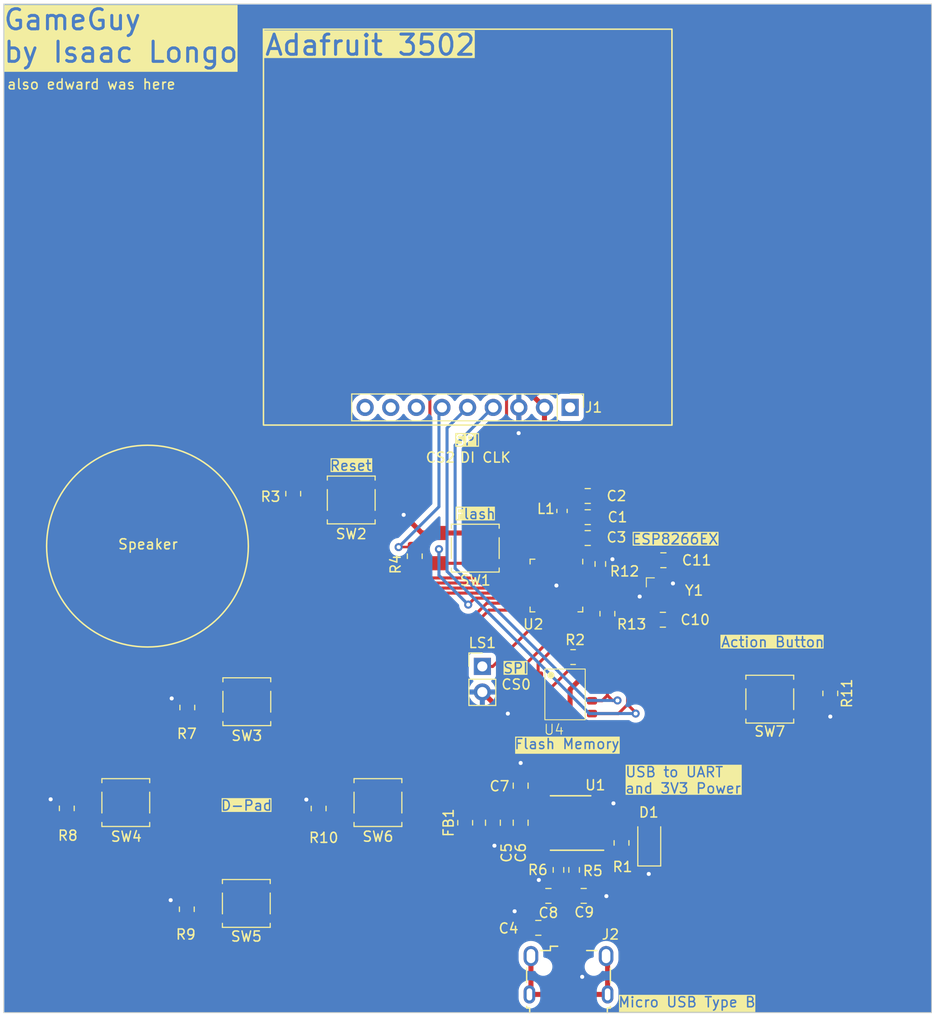
<source format=kicad_pcb>
(kicad_pcb (version 20240108) (generator "pcbnew") (generator_version "8.0")
  (layers (0 "F.Cu" signal) (31 "B.Cu" power) (34 "B.Paste" user) (35 "F.Paste" user) (36 "B.SilkS" user "B.Silkscreen") (37 "F.SilkS" user "F.Silkscreen") (38 "B.Mask" user) (39 "F.Mask" user) (44 "Edge.Cuts" user))
  (net 0 "")
  (net 1 "+3V3")
  (net 2 "GND")
  (net 3 "VBUS")
  (net 4 "Net-(U1-VCC)")
  (net 5 "Net-(U2-XTAL_OUT)")
  (net 6 "Net-(U2-XTAL_IN)")
  (net 7 "Net-(D1-A)")
  (net 9 "/GPIO15")
  (net 10 "/GPIO9")
  (net 11 "/CS2")
  (net 16 "Net-(L1-Pad2)")
  (net 17 "/GPIO2")
  (net 18 "/SD_CLK")
  (net 19 "Net-(U2-SDIO_CLK)")
  (net 20 "Net-(U2-CHIP_PU)")
  (net 21 "/DP")
  (net 22 "/DM")
  (net 23 "/GPIO4")
  (net 24 "/GPIO5")
  (net 25 "/GPIO13")
  (net 27 "Net-(U2-RES12K)")
  (net 28 "/UART_TX")
  (net 29 "Net-(U2-U0TXD)")
  (net 31 "/UART_RX")
  (net 40 "/SWP")
  (net 41 "/SD_CMD")
  (net 42 "/SDO")
  (net 43 "/SDI")
  (net 46 "/D-")
  (net 47 "/D+")
  (net 48 "unconnected-(J2-Shield-Pad6)")
  (net 50 "/GPIO0")
  (footprint "Resistor_SMD:R_0805_2012Metric" (layer "F.Cu") (at 178.969 118.0125 90)
    (property "Reference" "R10")
    (property "Value" "1k3" (hide yes))
  )
  (footprint "Resistor_SMD:R_0805_2012Metric" (layer "F.Cu") (at 209 121.425 -90)
    (property "Reference" "R1")
    (property "Value" "1k3" (hide yes))
  )
  (footprint "Button_Switch_SMD:SW_SPST_TL3305A" (layer "F.Cu") (at 171.85 107.425)
    (property "Reference" "SW3")
    (property "Value" "~")
  )
  (footprint "Button_Switch_SMD:SW_SPST_TL3305A" (layer "F.Cu") (at 159.85 117.425)
    (property "Reference" "SW4")
    (property "Value" "~")
  )
  (footprint "Capacitor_SMD:C_0805_2012Metric" (layer "F.Cu") (at 213.1 99.3 180)
    (property "Reference" "C10")
    (property "Value" "6p" (hide yes))
  )
  (footprint "Button_Switch_SMD:SW_SPST_TL3305A" (layer "F.Cu") (at 171.8 127.425)
    (property "Reference" "SW5")
    (property "Value" "~")
  )
  (footprint "Resistor_SMD:R_0805_2012Metric" (layer "F.Cu") (at 154 118 90)
    (property "Reference" "R8")
    (property "Value" "1k3" (hide yes))
  )
  (footprint "Resistor_SMD:R_0805_2012Metric" (layer "F.Cu") (at 193.5 119.425 90)
    (property "Reference" "FB1")
    (property "Value" "100R" (hide yes))
  )
  (footprint "Resistor_SMD:R_0805_2012Metric" (layer "F.Cu") (at 229.7 106.6 -90)
    (property "Reference" "R11")
    (property "Value" "1k3")
  )
  (footprint "Capacitor_SMD:C_0805_2012Metric" (layer "F.Cu") (at 205.65 87.03)
    (property "Reference" "C2")
    (property "Value" "10u" (hide yes))
  )
  (footprint "Button_Switch_SMD:SW_SPST_TL3305A" (layer "F.Cu") (at 182.2 87.425)
    (property "Reference" "SW2")
    (property "Value" "~")
  )
  (footprint "LED_SMD:LED_1206_3216Metric" (layer "F.Cu") (at 211.75 121.425 90)
    (property "Reference" "D1")
    (property "Value" "GREEN" (hide yes))
  )
  (footprint "Capacitor_SMD:C_0805_2012Metric" (layer "F.Cu") (at 201.75 126.675 180)
    (property "Reference" "C8")
    (property "Value" "4p7" (hide yes))
  )
  (footprint "Connector_PinHeader_2.54mm:PinHeader_1x09_P2.54mm_Vertical" (layer "F.Cu") (at 203.9 78.25 -90)
    (property "Reference" "J1")
    (property "Value" "Conn_01x09_Pin" (hide yes))
  )
  (footprint "Inductor_SMD:L_0603_1608Metric" (layer "F.Cu") (at 203.1 88.5125 -90)
    (property "Reference" "L1")
    (property "Value" "4n3" (hide yes))
  )
  (footprint "based_lib:MX25V16066M1I02-TR" (layer "F.Cu") (at 203.4 106.7 -90)
    (property "Reference" "U4")
    (property "Value" "MX25V16066M1I02-TR\n" (hide yes))
  )
  (footprint "Resistor_SMD:R_0603_1608Metric" (layer "F.Cu") (at 202.75 124.1 -90)
    (property "Reference" "R6")
    (property "Value" "27R" (hide yes))
  )
  (footprint "Capacitor_SMD:C_0805_2012Metric" (layer "F.Cu") (at 205.65 91.2)
    (property "Reference" "C3")
    (property "Value" "0u1" (hide yes))
  )
  (footprint "Capacitor_SMD:C_0805_2012Metric" (layer "F.Cu") (at 196.25 119.425 -90)
    (property "Reference" "C5")
    (property "Value" "0u1" (hide yes))
  )
  (footprint "Resistor_SMD:R_0805_2012Metric" (layer "F.Cu") (at 207.6 98.7 90)
    (property "Reference" "R13")
    (property "Value" "499R" (hide yes))
  )
  (footprint "Package_SO:SSOP-16_3.9x4.9mm_P0.635mm" (layer "F.Cu") (at 203.95 119.425 180)
    (property "Reference" "U1")
    (property "Value" "FT230XS" (hide yes))
  )
  (footprint "Capacitor_SMD:C_0805_2012Metric" (layer "F.Cu") (at 199 115.75 90)
    (property "Reference" "C7")
    (property "Value" "0u1" (hide yes))
  )
  (footprint "Resistor_SMD:R_0805_2012Metric" (layer "F.Cu") (at 165.95 108 90)
    (property "Reference" "R7")
    (property "Value" "1k3" (hide yes))
  )
  (footprint "Connector_PinHeader_2.54mm:PinHeader_1x02_P2.54mm_Vertical" (layer "F.Cu") (at 195.2 103.925)
    (property "Reference" "LS1")
    (property "Value" "Speaker" (hide yes))
  )
  (footprint "Button_Switch_SMD:SW_SPST_TL3305A" (layer "F.Cu") (at 194.5 92.2 180)
    (property "Reference" "SW1")
    (property "Value" "~")
  )
  (footprint "Resistor_SMD:R_0805_2012Metric" (layer "F.Cu") (at 188.5 93 -90)
    (property "Reference" "R4")
    (property "Value" "1k3")
  )
  (footprint "Capacitor_SMD:C_0805_2012Metric" (layer "F.Cu") (at 213.15 93.4)
    (property "Reference" "C11")
    (property "Value" "6p" (hide yes))
  )
  (footprint "Resistor_SMD:R_0603_1608Metric" (layer "F.Cu") (at 206.9 93.77 -90)
    (property "Reference" "R12")
    (property "Value" "12k±1%" (hide yes))
  )
  (footprint "Resistor_SMD:R_0805_2012Metric" (layer "F.Cu") (at 204.2 103 180)
    (property "Reference" "R2")
    (property "Value" "200R" (hide yes))
  )
  (footprint "Button_Switch_SMD:SW_SPST_TL3305A" (layer "F.Cu") (at 184.85 117.425)
    (property "Reference" "SW6")
    (property "Value" "~")
  )
  (footprint "Capacitor_SMD:C_0805_2012Metric" (layer "F.Cu") (at 199 119.425 -90)
    (property "Reference" "C6")
    (property "Value" "4u7" (hide yes))
  )
  (footprint "Capacitor_SMD:C_0805_2012Metric" (layer "F.Cu") (at 200.75 129.845 180)
    (property "Reference" "C4")
    (property "Value" "0u01" (hide yes))
  )
  (footprint "Resistor_SMD:R_0603_1608Metric" (layer "F.Cu") (at 204.3 124.1 -90)
    (property "Reference" "R5")
    (property "Value" "27R" (hide yes))
  )
  (footprint "based_lib:ABM11-140-26.000MHZ-T3" (layer "F.Cu") (at 212.458 96.345 -90)
    (property "Reference" "Y1")
    (property "Value" "26MHz±10ppm" (hide yes))
  )
  (footprint "Capacitor_SMD:C_0805_2012Metric" (layer "F.Cu") (at 205.65 89.13)
    (property "Reference" "C1")
    (property "Value" "0u1" (hide yes))
  )
  (footprint "Capacitor_SMD:C_0805_2012Metric" (layer "F.Cu") (at 205.25 126.675)
    (property "Reference" "C9")
    (property "Value" "4p7" (hide yes))
  )
  (footprint "Resistor_SMD:R_0805_2012Metric" (layer "F.Cu") (at 165.9 128 90)
    (property "Reference" "R9")
    (property "Value" "1k3" (hide yes))
  )
  (footprint "Package_DFN_QFN:QFN-32-1EP_5x5mm_P0.5mm_EP3.45x3.45mm" (layer "F.Cu") (at 202.545 95.9075 -90)
    (property "Reference" "U2")
    (property "Value" "ESP8266EX" (hide yes))
  )
  (footprint "Connector_USB:USB_Micro-B_Wuerth_629105150521" (layer "F.Cu") (at 203.745 134.495)
    (property "Reference" "J2")
    (property "Value" "USB_B_Micro" (hide yes))
  )
  (footprint "Resistor_SMD:R_0805_2012Metric" (layer "F.Cu") (at 176.45 86.8 90)
    (property "Reference" "R3")
    (property "Value" "1k3" (hide yes))
  )
  (footprint "Button_Switch_SMD:SW_SPST_TL3305A" (layer "F.Cu") (at 223.7 107.175 180)
    (property "Reference" "SW7")
    (property "Value" "~")
  )
  (gr_rect (start 173.5 40.75) (end 214 80) (stroke (width 0.15)) (fill none) (layer "F.SilkS"))
  (gr_circle (center 162 92) (end 172 92) (stroke (width 0.15)) (fill none) (layer "F.SilkS"))
  (gr_rect (start 147.75 38.25) (end 239.75 138.25) (stroke (width 0.1)) (fill none) (layer "Edge.Cuts"))
  (gr_text "ESP8266EX" (at 209.95 91.9 0) (layer "F.SilkS" knockout) (effects (font (size 1 1)) (justify left bottom)))
  (gr_text "Flash" (at 192.4 89.4 0) (layer "F.SilkS" knockout) (effects (font (size 1 1)) (justify left bottom)))
  (gr_text "SPI" (at 192.4 82.1 0) (layer "F.SilkS" knockout) (effects (font (size 1 1)) (justify left bottom)))
  (gr_text "also edward was here" (at 148 46.8 0) (layer "F.SilkS") (effects (font (size 1 1)) (justify left bottom)))
  (gr_text "CS0" (at 197 106.3 0) (layer "F.SilkS") (effects (font (size 1 1)) (justify left bottom)))
  (gr_text "USB to UART\nand 3V3 Power" (at 209.3 116.6 0) (layer "F.SilkS" knockout) (effects (font (size 1 1)) (justify left bottom)))
  (gr_text "Flash Memory" (at 198.3 112.2 0) (layer "F.SilkS" knockout) (effects (font (size 1 1)) (justify left bottom)))
  (gr_text "Speaker\n" (at 159 92.4 0) (layer "F.SilkS") (effects (font (size 1 1)) (justify left bottom)))
  (gr_text "SPI" (at 197.2 104.7 0) (layer "F.SilkS" knockout) (effects (font (size 1 1)) (justify left bottom)))
  (gr_text "Adafruit 3502" (at 173.5 43.5 0) (layer "F.SilkS" knockout) (effects (font (size 2 2) (thickness 0.3)) (justify left bottom)))
  (gr_text "Action Button" (at 218.8 102.1 0) (layer "F.SilkS" knockout) (effects (font (size 1 1)) (justify left bottom)))
  (gr_text "GameGuy\nby Isaac Longo" (at 147.6 44.2 0) (layer "F.SilkS" knockout) (effects (font (size 2 2) (thickness 0.3)) (justify left bottom)))
  (gr_text "CS2" (at 189.5 83.8 0) (layer "F.SilkS") (effects (font (size 1 1)) (justify left bottom)))
  (gr_text "DI" (at 192.9 83.8 0) (layer "F.SilkS") (effects (font (size 1 1)) (justify left bottom)))
  (gr_text "CLK" (at 195.1 83.8 0) (layer "F.SilkS") (effects (font (size 1 1)) (justify left bottom)))
  (gr_text "Reset" (at 180 84.6 0) (layer "F.SilkS" knockout) (effects (font (size 1 1)) (justify left bottom)))
  (gr_text "D-Pad" (at 169.2 118.3 0) (layer "F.SilkS" knockout) (effects (font (size 1 1)) (justify left bottom)))
  (gr_text "Micro USB Type B" (at 208.6 137.8 0) (layer "F.SilkS" knockout) (effects (font (size 1 1)) (justify left bottom)))
  (segment (start 203.1 84.6) (end 201.36 82.86) (width 0.5) (layer "F.Cu") (net 1))
  (segment (start 205.4 110.6) (end 203.9 109.1) (width 0.5) (layer "F.Cu") (net 1))
  (segment (start 202.3 122.1975) (end 202.3 118.7) (width 0.3) (layer "F.Cu") (net 1))
  (segment (start 175.45 88.7125) (end 175.45 105.925) (width 0.5) (layer "F.Cu") (net 1))
  (segment (start 152.6 123.2) (end 172.8 123.2) (width 0.5) (layer "F.Cu") (net 1))
  (segment (start 202.3 118.7) (end 202.0725 118.4725) (width 0.3) (layer "F.Cu") (net 1))
  (segment (start 209 120.5125) (end 208.865 120.3775) (width 0.3) (layer "F.Cu") (net 1))
  (segment (start 202.316642 124.175) (end 201.925 123.783358) (width 0.3) (layer "F.Cu") (net 1))
  (segment (start 199 116.7) (end 205.1 110.6) (width 0.5) (layer "F.Cu") (net 1))
  (segment (start 203.1 87.725) (end 203.1 84.6) (width 0.5) (layer "F.Cu") (net 1))
  (segment (start 163.45 106.847918) (end 163.45 106.85) (width 0.5) (layer "F.Cu") (net 1))
  (segment (start 204.9825 95.6575) (end 207.095858 95.6575) (width 0.3) (layer "F.Cu") (net 1))
  (segment (start 163.45 106.85) (end 163.45 115.925) (width 0.5) (layer "F.Cu") (net 1))
  (segment (start 175.7 120.5) (end 175.7 114) (width 0.5) (layer "F.Cu") (net 1))
  (segment (start 201.35 118.4725) (end 201.35 117.8375) (width 0.3) (layer "F.Cu") (net 1))
  (segment (start 204.7 92.6) (end 204.7 91.675) (width 0.3) (layer "F.Cu") (net 1))
  (segment (start 200.1075 95.1575) (end 181.5575 95.1575) (width 0.3) (layer "F.Cu") (net 1))
  (segment (start 162.875 125.925) (end 161.3 127.5) (width 0.5) (layer "F.Cu") (net 1))
  (segment (start 207.725 95.028358) (end 207.725 94.161642) (width 0.3) (layer "F.Cu") (net 1))
  (segment (start 181.25 115.925) (end 177.752395 115.925) (width 0.5) (layer "F.Cu") (net 1))
  (segment (start 205.4 110.6) (end 213.3 110.6) (width 0.5) (layer "F.Cu") (net 1))
  (segment (start 190.7 119.3) (end 190.7 118.2) (width 0.3) (layer "F.Cu") (net 1))
  (segment (start 203.3625 87.505) (end 203.15 87.7175) (width 0.3) (layer "F.Cu") (net 1))
  (segment (start 192.2 116.7) (end 199 116.7) (width 0.5) (layer "F.Cu") (net 1))
  (segment (start 204.295 93.005) (end 204.7 92.6) (width 0.3) (layer "F.Cu") (net 1))
  (segment (start 201.36 78.25) (end 196.71 73.6) (width 0.5) (layer "F.Cu") (net 1))
  (segment (start 205.1 110.6) (end 205.4 110.6) (width 0.5) (layer "F.Cu") (net 1))
  (segment (start 150.3 120.9) (end 152.6 123.2) (width 0.5) (layer "F.Cu") (net 1))
  (segment (start 162.9 133.9) (end 172.625 133.9) (width 0.5) (layer "F.Cu") (net 1))
  (segment (start 204.295 93.47) (end 204.295 93.005) (width 0.3) (layer "F.Cu") (net 1))
  (segment (start 190.7 122.3) (end 190.7 119.3) (width 0.3) (layer "F.Cu") (net 1))
  (segment (start 175.4 125.8) (end 172.8 123.2) (width 0.5) (layer "F.Cu") (net 1))
  (segment (start 163.45 115.925) (end 156.25 115.925) (width 0.5) (layer "F.Cu") (net 1))
  (segment (start 156.25 115.925) (end 151.775 115.925) (width 0.5) (layer "F.Cu") (net 1))
  (segment (start 204.708358 124.175) (end 202.316642 124.175) (width 0.3) (layer "F.Cu") (net 1))
  (segment (start 205.922272 92.897272) (end 204.7 91.675) (width 0.3) (layer "F.Cu") (net 1))
  (segment (start 161.3 132.3) (end 162.9 133.9) (width 0.5) (layer "F.Cu") (net 1))
  (segment (start 181.5575 95.1575) (end 176.45 90.05) (width 0.3) (layer "F.Cu") (net 1))
  (segment (start 179.2 73.6) (end 175.4 77.4) (width 0.5) (layer "F.Cu") (net 1))
  (segment (start 208.865 120.3775) (end 206.55 120.3775) (width 0.3) (layer "F.Cu") (net 1))
  (segment (start 204.7 91.2) (end 204.7 87.03) (width 0.5) (layer "F.Cu") (net 1))
  (segment (start 175.3 77.5) (end 175.3 86.5625) (width 0.5) (layer "F.Cu") (net 1))
  (segment (start 164.372918 105.925) (end 163.45 106.847918) (width 0.5) (layer "F.Cu") (net 1))
  (segment (start 207.725 94.161642) (end 207.363358 93.8) (width 0.3) (layer "F.Cu") (net 1))
  (segment (start 203.9 106.2) (end 205.305 104.795) (width 0.5) (layer "F.Cu") (net 1))
  (segment (start 176.6 117.077395) (end 176.6 119.9) (width 0.5) (layer "F.Cu") (net 1))
  (segment (start 180.7 124) (end 189 124) (width 0.5) (layer "F.Cu") (net 1))
  (segment (start 172.625 133.9) (end 179.5 127.025) (width 0.5) (layer "F.Cu") (net 1))
  (segment (start 195.855 98.345) (end 190.7 103.5) (width 0.3) (layer "F.Cu") (net 1))
  (segment (start 175.7 114) (end 177.8 111.9) (width 0.5) (layer "F.Cu") (net 1))
  (segment (start 205.65 120.3775) (end 205.3 120.7275) (width 0.3) (layer "F.Cu") (net 1))
  (segment (start 190.7 122.3) (end 190.7 118.2) (width 0.5) (layer "F.Cu") (net 1))
  (segment (start 206.55 120.3775) (end 205.65 120.3775) (width 0.3) (layer "F.Cu") (net 1))
  (segment (start 203.795 87.03) (end 203.1 87.725) (width 0.5) (layer "F.Cu") (net 1))
  (segment (start 189 124) (end 190.7 122.3) (width 0.5) (layer "F.Cu") (net 1))
  (segment (start 196.71 73.6) (end 179.2 73.6) (width 0.5) (layer "F.Cu") (net 1))
  (segment (start 205.3 123.583358) (end 204.708358 124.175) (width 0.3) (layer "F.Cu") (net 1))
  (segment (start 175.4 77.4) (end 175.3 77.5) (width 0.5) (layer "F.Cu") (net 1))
  (segment (start 187.1 111.9) (end 188.45 113.25) (width 0.5) (layer "F.Cu") (net 1))
  (segment (start 177.752395 115.925) (end 176.6 117.077395) (width 0.5) (layer "F.Cu") (net 1))
  (segment (start 168.2 125.925) (end 162.875 125.925) (width 0.5) (layer "F.Cu") (net 1))
  (segment (start 190.7 103.5) (end 190.7 119.3) (width 0.3) (layer "F.Cu") (net 1))
  (segment (start 204.7 87.03) (end 203.795 87.03) (width 0.5) (layer "F.Cu") (net 1))
  (segment (start 215.225 108.675) (end 220.1 108.675) (width 0.5) (layer "F.Cu") (net 1))
  (segment (start 202.0725 118.4725) (end 201.35 118.4725) (width 0.3) (layer "F.Cu") (net 1))
  (segment (start 175.4 125.925) (end 175.4 125.8) (width 0.5) (layer "F.Cu") (net 1))
  (segment (start 203.9 109.1) (end 203.9 106.2) (width 0.5) (layer "F.Cu") (net 1))
  (segment (start 150.3 117.4) (end 150.3 120.9) (width 0.5) (layer "F.Cu") (net 1))
  (segment (start 188.45 113.25) (end 188.45 115.925) (width 0.5) (layer "F.Cu") (net 1))
  (segment (start 206.496642 93.8) (end 205.922272 93.22563) (width 0.3) (layer "F.Cu") (net 1))
  (segment (start 205.922272 93.22563) (end 205.922272 92.897272) (width 0.3) (layer "F.Cu") (net 1))
  (segment (start 175.45 105.925) (end 168.25 105.925) (width 0.5) (layer "F.Cu") (net 1))
  (segment (start 175.4 125.925) (end 168.2 125.925) (width 0.5) (layer "F.Cu") (net 1))
  (segment (start 161.3 127.5) (end 161.3 132.3) (width 0.5) (layer "F.Cu") (net 1))
  (segment (start 200.1375 117.8375) (end 201.35 117.8375) (width 0.3) (layer "F.Cu") (net 1))
  (segment (start 201.925 122.5725) (end 202.3 122.1975) (width 0.3) (layer "F.Cu") (net 1))
  (segment (start 220.1 108.675) (end 227.3 108.675) (width 0.5) (layer "F.Cu") (net 1))
  (segment (start 176.6 119.9) (end 180.7 124) (width 0.5) (layer "F.Cu") (net 1))
  (segment (start 190.7 118.2) (end 192.2 116.7) (width 0.5) (layer "F.Cu") (net 1))
  (segment (start 176.45 90.05) (end 176.45 87.7125) (width 0.3) (layer "F.Cu") (net 1))
  (segment (start 201.925 123.783358) (end 201.925 122.5725) (width 0.3) (layer "F.Cu") (net 1))
  (segment (start 201.36 82.86) (end 201.36 78.25) (width 0.5) (layer "F.Cu") (net 1))
  (segment (start 151.775 115.925) (end 150.3 117.4) (width 0.5) (layer "F.Cu") (net 1))
  (segment (start 207.095858 95.6575) (end 207.725 95.028358) (width 0.3) (layer "F.Cu") (net 1))
  (segment (start 200.795 98.345) (end 195.855 98.345) (width 0.3) (layer "F.Cu") (net 1))
  (segment (start 213.3 110.6) (end 215.225 108.675) (width 0.5) (layer "F.Cu") (net 1))
  (segment (start 179.5 127.025) (end 179.5 124.3) (width 0.5) (layer "F.Cu") (net 1))
  (segment (start 205.3 120.7275) (end 205.3 123.583358) (width 0.3) (layer "F.Cu") (net 1))
  (segment (start 207.363358 93.8) (end 206.496642 93.8) (width 0.3) (layer "F.Cu") (net 1))
  (segment (start 177.8 111.9) (end 187.1 111.9) (width 0.5) (layer "F.Cu") (net 1))
  (segment (start 199 116.7) (end 200.1375 117.8375) (width 0.3) (layer "F.Cu") (net 1))
  (segment (start 168.25 105.925) (end 164.372918 105.925) (width 0.5) (layer "F.Cu") (net 1))
  (segment (start 175.3 86.5625) (end 176.45 87.7125) (width 0.5) (layer "F.Cu") (net 1))
  (segment (start 179.5 124.3) (end 175.7 120.5) (width 0.5) (layer "F.Cu") (net 1))
  (segment (start 204.9825 95.1575) (end 204.9825 95.6575) (width 0.3) (layer "F.Cu") (net 1))
  (segment (start 188.45 115.925) (end 181.25 115.925) (width 0.5) (layer "F.Cu") (net 1))
  (segment (start 205.305 104.795) (end 206.07 104.795) (width 0.5) (layer "F.Cu") (net 1))
  (segment (start 176.45 87.7125) (end 175.45 88.7125) (width 0.5) (layer "F.Cu") (net 1))
  (segment (start 154 117.0875) (end 152.4125 117.0875) (width 0.5) (layer "F.Cu") (net 2))
  (segment (start 206.6 92.645) (end 206.9 92.945) (width 0.5) (layer "F.Cu") (net 2))
  (segment (start 152.4125 117.0875) (end 152.4 117.1) (width 0.5) (layer "F.Cu") (net 2))
  (segment (start 214.1 95.7) (end 214.1 93.4) (width 0.5) (layer "F.Cu") (net 2))
  (segment (start 178.6 88.925) (end 187.375 88.925) (width 0.5) (layer "F.Cu") (net 2))
  (segment (start 199 114.8) (end 199 113.5) (width 0.5) (layer "F.Cu") (net 2))
  (segment (start 207.745 92.945) (end 206.9 92.945) (width 0.5) (layer "F.Cu") (net 2))
  (segment (start 205.045 134.645) (end 205.1 134.7) (width 0.3) (layer "F.Cu") (net 2))
  (segment (start 229.7 108.9) (end 229.7 107.5125) (width 0.5) (layer "F.Cu") (net 2))
  (segment (start 210.8 97) (end 211.9446 97) (width 0.5) (layer "F.Cu") (net 2))
  (segment (start 165.95 107.0875) (end 164.4125 107.0875) (width 0.5) (layer "F.Cu") (net 2))
  (segment (start 190.9 90.7) (end 189.2 90.7) (width 0.5) (layer "F.Cu") (net 2))
  (segment (start 198.82 80.78) (end 198.8 80.8) (width 0.5) (layer "F.Cu") (net 2))
  (segment (start 187.375 88.925) (end 187.4 88.9) (width 0.5) (layer "F.Cu") (net 2))
  (segment (start 212.966 95.6846) (end 213.0154 95.6846) (width 0.25) (layer "F.Cu") (net 2))
  (segment (start 178.969 117.1) (end 177.779477 117.1) (width 0.5) (layer "F.Cu") (net 2))
  (segment (start 197.73 108.605) (end 197.34 108.605) (width 0.5) (layer "F.Cu") (net 2))
  (segment (start 178.969 117.1) (end 177.831 117.1) (width 0.3) (layer "F.Cu") (net 2))
  (segment (start 212.966 95.6846) (end 214.0846 95.6846) (width 0.5) (layer "F.Cu") (net 2))
  (segment (start 208.05 93.35) (end 208.1 93.3) (width 0.3) (layer "F.Cu") (net 2))
  (segment (start 201.35 119.7425) (end 199.6325 119.7425) (width 0.3) (layer "F.Cu") (net 2))
  (segment (start 211.95 97.0054) (end 211.95 99.1) (width 0.5) (layer "F.Cu") (net 2))
  (segment (start 198.1 90.7) (end 190.9 90.7) (width 0.5) (layer "F.Cu") (net 2))
  (segment (start 196.25 121.55) (end 196.4 121.7) (width 0.3) (layer "F.Cu") (net 2))
  (segment (start 211.75 122.825) (end 211.75 124.45) (width 0.5) (layer "F.Cu") (net 2))
  (segment (start 177.962 117.0875) (end 177.9495 117.1) (width 0.3) (layer "F.Cu") (net 2))
  (segment (start 199.8 129.6) (end 198.4 128.2) (width 0.5) (layer "F.Cu") (net 2))
  (segment (start 196.4 120.525) (end 196.25 120.375) (width 0.5) (layer "F.Cu") (net 2))
  (segment (start 208.1 93.3) (end 207.745 92.945) (width 0.5) (layer "F.Cu") (net 2))
  (segment (start 196.25 120.375) (end 199 120.375) (width 0.5) (layer "F.Cu") (net 2))
  (segment (start 165.9 127.0875) (end 164.3125 127.0875) (width 0.5) (layer "F.Cu") (net 2))
  (segment (start 199.6325 119.7425) (end 199 120.375) (width 0.3) (layer "F.Cu") (net 2))
  (segment (start 206.6 87.03) (end 206.6 89.13) (width 0.5) (layer "F.Cu") (net 2))
  (segment (start 198.82 78.25) (end 198.82 80.78) (width 0.5) (layer "F.Cu") (net 2))
  (segment (start 206.6 91.2) (end 206.6 89.13) (width 0.5) (layer "F.Cu") (net 2))
  (segment (start 189.2 90.7) (end 187.4 88.9) (width 0.5) (layer "F.Cu") (net 2))
  (segment (start 206.55 119.1075) (end 206.55 119.05) (width 0.3) (layer "F.Cu") (net 2))
  (segment (start 207.475 126.675) (end 207.5 126.7) (width 0.5) (layer "F.Cu") (net 2))
  (segment (start 199.8 129.845) (end 199.8 129.6) (width 0.5) (layer "F.Cu") (net 2))
  (segment (start 202.545 95.945) (end 202.6 96) (width 0.3) (layer "F.Cu") (net 2))
  (segment (start 206.5775 119.0225) (end 207.3775 119.0225) (width 0.3) (layer "F.Cu") (net 2))
  (segment (start 200.73 108.605) (end 197.73 108.605) (width 0.5) (layer "F.Cu") (net 2))
  (segment (start 164.3125 127.0875) (end 164.3 127.1) (width 0.5) (layer "F.Cu") (net 2))
  (segment (start 202.545 95.9075) (end 202.545 95.945) (width 0.3) (layer "F.Cu") (net 2))
  (segment (start 197.34 108.605) (end 195.2 106.465) (width 0.5) (layer "F.Cu") (net 2))
  (segment (start 207.3775 119.0225) (end 208.2 118.2) (width 0.3) (layer "F.Cu") (net 2))
  (segment (start 196.4 121.7) (end 196.4 120.525) (width 0.5) (layer "F.Cu") (net 2))
  (segment (start 210.8054 97.0054) (end 210.8 97) (width 0.3) (layer "F.Cu") (net 2))
  (segment (start 206.2 126.675) (end 207.475 126.675) (width 0.5) (layer "F.Cu") (net 2))
  (segment (start 164.4125 107.0875) (end 164.4 107.1) (width 0.5) (layer "F.Cu") (net 2))
  (segment (start 200.8 126.675) (end 200.8 125.1) (width 0.5) (layer "F.Cu") (net 2))
  (segment (start 205.045 132.595) (end 205.045 134.645) (width 0.3) (layer "F.Cu") (net 2))
  (segment (start 208.2 118.2) (end 208.2 117.5) (width 0.3) (layer "F.Cu") (net 2))
  (segment (start 211.9446 97) (end 211.95 97.0054) (width 0.5) (layer "F.Cu") (net 2))
  (segment (start 211.75 124.45) (end 211.7 124.5) (width 0.5) (layer "F.Cu") (net 2))
  (segment (start 177.779477 117.1) (end 177.7495 117.129977) (width 0.5) (layer "F.Cu") (net 2))
  (segment (start 214.0846 95.6846) (end 214.1 95.7) (width 0.5) (layer "F.Cu") (net 2))
  (segment (start 206.6 91.2) (end 206.6 92.645) (width 0.5) (layer "F.Cu") (net 2))
  (segment (start 206.55 119.05) (end 206.5775 119.0225) (width 0.3) (layer "F.Cu") (net 2))
  (segment (start 211.95 99.1) (end 212.15 99.3) (width 0.5) (layer "F.Cu") (net 2))
  (via (at 198.8 80.8) (size 0.8) (drill 0.4) (layers "F.Cu" "B.Cu") (net 2))
  (via (at 229.7 108.9) (size 0.8) (drill 0.4) (layers "F.Cu" "B.Cu") (net 2))
  (via (at 187.4 88.9) (size 0.8) (drill 0.4) (layers "F.Cu" "B.Cu") (net 2))
  (via (at 202.545 95.9075) (size 0.8) (drill 0.4) (layers "F.Cu" "B.Cu") (net 2))
  (via (at 198.4 128.2) (size 0.8) (drill 0.4) (layers "F.Cu" "B.Cu") (net 2))
  (via (at 164.3 127.1) (size 0.8) (drill 0.4) (layers "F.Cu" "B.Cu") (net 2))
  (via (at 207.5 126.7) (size 0.8) (drill 0.4) (layers "F.Cu" "B.Cu") (net 2))
  (via (at 208.1 93.3) (size 0.8) (drill 0.4) (layers "F.Cu" "B.Cu") (net 2))
  (via (at 152.4 117.1) (size 0.8) (drill 0.4) (layers "F.Cu" "B.Cu") (net 2))
  (via (at 177.7495 117.129977) (size 0.8) (drill 0.4) (layers "F.Cu" "B.Cu") (net 2))
  (via (at 200.8 125.1) (size 0.8) (drill 0.4) (layers "F.Cu" "B.Cu") (net 2))
  (via (at 208.2 117.5) (size 0.8) (drill 0.4) (layers "F.Cu" "B.Cu") (net 2))
  (via (at 196.4 121.7) (size 0.8) (drill 0.4) (layers "F.Cu" "B.Cu") (net 2))
  (via (at 205.1 134.7) (size 0.8) (drill 0.4) (layers "F.Cu" "B.Cu") (net 2))
  (via (at 199 113.5) (size 0.8) (drill 0.4) (layers "F.Cu" "B.Cu") (net 2))
  (via (at 164.4 107.1) (size 0.8) (drill 0.4) (layers "F.Cu" "B.Cu") (net 2))
  (via (at 211.7 124.5) (size 0.8) (drill 0.4) (layers "F.Cu" "B.Cu") (net 2))
  (via (at 214.1 95.7) (size 0.8) (drill 0.4) (layers "F.Cu" "B.Cu") (net 2))
  (via (at 210.8 97) (size 0.8) (drill 0.4) (layers "F.Cu" "B.Cu") (net 2))
  (via (at 197.73 108.605) (size 0.8) (drill 0.4) (layers "F.Cu" "B.Cu") (net 2))
  (segment (start 198.82 80.78) (end 198.8 80.8) (width 0.3) (layer "B.Cu") (net 2))
  (segment (start 183.9 94.2) (end 184.2 94.2) (width 0.3) (layer "B.Cu") (net 2))
  (segment (start 207.5 126.7) (end 207.47 126.73) (width 0.3) (layer "B.Cu") (net 2))
  (segment (start 193.5 121.645) (end 193.5 120.3375) (width 0.5) (layer "F.Cu") (net 3))
  (segment (start 201.7 129.845) (end 193.5 121.645) (width 0.5) (layer "F.Cu") (net 3))
  (segment (start 201.7 129.845) (end 201.7 131.875) (width 0.5) (layer "F.Cu") (net 3))
  (segment (start 201.7 131.875) (end 202.42 132.595) (width 0.5) (layer "F.Cu") (net 3))
  (segment (start 196.2125 118.5125) (end 196.25 118.475) (width 0.3) (layer "F.Cu") (net 4))
  (segment (start 199 118.475) (end 196.25 118.475) (width 0.3) (layer "F.Cu") (net 4))
  (segment (start 199 118.475) (end 199.6325 119.1075) (width 0.3) (layer "F.Cu") (net 4))
  (segment (start 199.6325 119.1075) (end 201.35 119.1075) (width 0.3) (layer "F.Cu") (net 4))
  (segment (start 193.5 118.5125) (end 196.2125 118.5125) (width 0.3) (layer "F.Cu") (net 4))
  (segment (start 214.15 98.1894) (end 212.966 97.0054) (width 0.3) (layer "F.Cu") (net 5))
  (segment (start 204.9825 96.6575) (end 208.7575 96.6575) (width 0.3) (layer "F.Cu") (net 5))
  (segment (start 213.474544 101.025456) (end 214.15 100.35) (width 0.3) (layer "F.Cu") (net 5))
  (segment (start 214.15 100.35) (end 214.15 98.1894) (width 0.3) (layer "F.Cu") (net 5))
  (segment (start 211.025456 101.025456) (end 213.474544 101.025456) (width 0.3) (layer "F.Cu") (net 5))
  (segment (start 210 97.9) (end 210 100) (width 0.3) (layer "F.Cu") (net 5))
  (segment (start 210 100) (end 211.025456 101.025456) (width 0.3) (layer "F.Cu") (net 5))
  (segment (start 208.7575 96.6575) (end 210 97.9) (width 0.3) (layer "F.Cu") (net 5))
  (segment (start 211.95 93.65) (end 212.2 93.4) (width 0.25) (layer "F.Cu") (net 6))
  (segment (start 211.95 95.6846) (end 211.4771 96.1575) (width 0.3) (layer "F.Cu") (net 6))
  (segment (start 211.95 95.6846) (end 211.95 93.65) (width 0.25) (layer "F.Cu") (net 6))
  (segment (start 211.4771 96.1575) (end 204.9825 96.1575) (width 0.3) (layer "F.Cu") (net 6))
  (segment (start 209 122.3375) (end 209.4375 122.3375) (width 0.3) (layer "F.Cu") (net 7))
  (segment (start 209.4375 122.3375) (end 211.75 120.025) (width 0.3) (layer "F.Cu") (net 7))
  (segment (start 156.25 118.925) (end 163.45 118.925) (width 0.3) (layer "F.Cu") (net 9))
  (segment (start 156.2375 118.9125) (end 156.25 118.925) (width 0.3) (layer "F.Cu") (net 9))
  (segment (start 182.7425 96.1575) (end 200.1075 96.1575) (width 0.3) (layer "F.Cu") (net 9))
  (segment (start 163.45 118.925) (end 167.875 118.925) (width 0.3) (layer "F.Cu") (net 9))
  (segment (start 154.2 118.9125) (end 156.2375 118.9125) (width 0.3) (layer "F.Cu") (net 9))
  (segment (start 178.8 108) (end 178.8 100.1) (width 0.3) (layer "F.Cu") (net 9))
  (segment (start 178.8 100.1) (end 182.7425 96.1575) (width 0.3) (layer "F.Cu") (net 9))
  (segment (start 167.875 118.925) (end 178.8 108) (width 0.3) (layer "F.Cu") (net 9))
  (segment (start 201.295 98.345) (end 201.295 98.867596) (width 0.3) (layer "F.Cu") (net 10))
  (segment (start 201.295 98.867596) (end 196.237596 103.925) (width 0.3) (layer "F.Cu") (net 10))
  (segment (start 196.237596 103.925) (end 195.2 103.925) (width 0.3) (layer "F.Cu") (net 10))
  (segment (start 188.4875 92.1) (end 188.5 92.0875) (width 0.25) (layer "F.Cu") (net 11))
  (segment (start 188.5 92.0875) (end 186.9125 92.0875) (width 0.25) (layer "F.Cu") (net 11))
  (segment (start 186.9125 92.0875) (end 186.9 92.1) (width 0.25) (layer "F.Cu") (net 11))
  (via (at 186.9 92.1) (size 0.8) (drill 0.4) (layers "F.Cu" "B.Cu") (net 11))
  (segment (start 186.9 92.1) (end 190.9 88.1) (width 0.3) (layer "B.Cu") (net 11))
  (segment (start 190.9 88.1) (end 190.9 88) (width 0.25) (layer "B.Cu") (net 11))
  (segment (start 190.9 78.55) (end 191.2 78.25) (width 0.3) (layer "B.Cu") (net 11))
  (segment (start 190.9 88) (end 190.9 78.55) (width 0.3) (layer "B.Cu") (net 11))
  (segment (start 203.295 89.4375) (end 203.15 89.2925) (width 0.3) (layer "F.Cu") (net 16))
  (segment (start 202.795 93.47) (end 203.295 93.47) (width 0.3) (layer "F.Cu") (net 16))
  (segment (start 203.295 93.47) (end 203.295 89.4375) (width 0.3) (layer "F.Cu") (net 16))
  (segment (start 168.2 128.925) (end 175.4 128.925) (width 0.3) (layer "F.Cu") (net 17))
  (segment (start 183.5425 96.6575) (end 180.1 100.1) (width 0.3) (layer "F.Cu") (net 17))
  (segment (start 180.1 100.1) (end 180.1 108.1) (width 0.3) (layer "F.Cu") (net 17))
  (segment (start 177.7 126.625) (end 175.4 128.925) (width 0.3) (layer "F.Cu") (net 17))
  (segment (start 165.9 128.9125) (end 168.1875 128.9125) (width 0.3) (layer "F.Cu") (net 17))
  (segment (start 174.9 113.3) (end 174.9 121.8) (width 0.3) (layer "F.Cu") (net 17))
  (segment (start 180.1 108.1) (end 174.9 113.3) (width 0.3) (layer "F.Cu") (net 17))
  (segment (start 168.1875 128.9125) (end 168.2 128.925) (width 0.3) (layer "F.Cu") (net 17))
  (segment (start 177.7 124.6) (end 177.7 126.625) (width 0.3) (layer "F.Cu") (net 17))
  (segment (start 174.9 121.8) (end 177.7 124.6) (width 0.3) (layer "F.Cu") (net 17))
  (segment (start 200.1075 96.6575) (end 183.5425 96.6575) (width 0.3) (layer "F.Cu") (net 17))
  (segment (start 207.065 107.335) (end 206.07 107.335) (width 0.3) (layer "F.Cu") (net 18))
  (segment (start 207.6 104.4) (end 207.6 106.8) (width 0.3) (layer "F.Cu") (net 18))
  (segment (start 205.1125 103.2) (end 206.4 103.2) (width 0.3) (layer "F.Cu") (net 18))
  (segment (start 208.1 107.3) (end 208.6 107.3) (width 0.3) (layer "F.Cu") (net 18))
  (segment (start 207.6 106.8) (end 208.1 107.3) (width 0.3) (layer "F.Cu") (net 18))
  (segment (start 206.4 103.2) (end 207.6 104.4) (width 0.3) (layer "F.Cu") (net 18))
  (segment (start 207.6 106.8) (end 207.065 107.335) (width 0.3) (layer "F.Cu") (net 18))
  (via (at 208.6 107.3) (size 0.8) (drill 0.4) (layers "F.Cu" "B.Cu") (net 18))
  (segment (start 192.5 82) (end 196.25 78.25) (width 0.3) (layer "B.Cu") (net 18))
  (segment (start 192.5 94.2) (end 192.5 82) (width 0.3) (layer "B.Cu") (net 18))
  (segment (start 205.6 107.3) (end 192.5 94.2) (width 0.3) (layer "B.Cu") (net 18))
  (segment (start 208.6 107.3) (end 205.6 107.3) (width 0.3) (layer "B.Cu") (net 18))
  (segment (start 196.25 78.25) (end 196.28 78.25) (width 0.3) (layer "B.Cu") (net 18))
  (segment (start 203.2875 103) (end 203.2875 103.2) (width 0.3) (layer "F.Cu") (net 19))
  (segment (start 202.795 102.5075) (end 203.2875 103) (width 0.3) (layer "F.Cu") (net 19))
  (segment (start 202.795 98.345) (end 202.795 102.5075) (width 0.3) (layer "F.Cu") (net 19))
  (segment (start 201.295 89.623248) (end 201.295 93.47) (width 0.3) (layer "F.Cu") (net 20))
  (segment (start 190 81.725) (end 190 76.1) (width 0.3) (layer "F.Cu") (net 20))
  (segment (start 185.8 85.925) (end 190 81.725) (width 0.3) (layer "F.Cu") (net 20))
  (segment (start 176.4875 85.925) (end 176.45 85.8875) (width 0.25) (layer "F.Cu") (net 20))
  (segment (start 190 76.1) (end 191.2 74.9) (width 0.3) (layer "F.Cu") (net 20))
  (segment (start 178.6 85.925) (end 185.8 85.925) (width 0.3) (layer "F.Cu") (net 20))
  (segment (start 191.2 74.9) (end 196.4 74.9) (width 0.3) (layer "F.Cu") (net 20))
  (segment (start 178.6 85.925) (end 176.4875 85.925) (width 0.3) (layer "F.Cu") (net 20))
  (segment (start 196.4 74.9) (end 197.6 76.1) (width 0.3) (layer "F.Cu") (net 20))
  (segment (start 197.6 85.928248) (end 201.295 89.623248) (width 0.3) (layer "F.Cu") (net 20))
  (segment (start 197.6 76.1) (end 197.6 85.928248) (width 0.3) (layer "F.Cu") (net 20))
  (segment (start 204.7 117.2) (end 204.7025 117.2025) (width 0.3) (layer "F.Cu") (net 21))
  (segment (start 204 123.125) (end 204 117.9) (width 0.3) (layer "F.Cu") (net 21))
  (segment (start 204.7025 117.2025) (end 206.55 117.2025) (width 0.3) (layer "F.Cu") (net 21))
  (segment (start 204 117.9) (end 204.7 117.2) (width 0.3) (layer "F.Cu") (net 21))
  (segment (start 204.25 123.375) (end 204 123.125) (width 0.3) (layer "F.Cu") (net 21))
  (segment (start 203 117.9525) (end 202.25 117.2025) (width 0.3) (layer "F.Cu") (net 22))
  (segment (start 202.25 117.2025) (end 201.35 117.2025) (width 0.3) (layer "F.Cu") (net 22))
  (segment (start 202.75 123.35) (end 203 123.1) (width 0.3) (layer "F.Cu") (net 22))
  (segment (start 203 123.1) (end 203 117.9525) (width 0.3) (layer "F.Cu") (net 22))
  (segment (start 189.6 103.7) (end 195.6425 97.6575) (width 0.3) (layer "F.Cu") (net 23))
  (segment (start 188.45 118.925) (end 189.6 117.775) (width 0.3) (layer "F.Cu") (net 23))
  (segment (start 178.969 118.925) (end 181.0065 118.925) (width 0.3) (layer "F.Cu") (net 23))
  (segment (start 195.6425 97.6575) (end 200.1075 97.6575) (width 0.3) (layer "F.Cu") (net 23))
  (segment (start 181.2375 118.9125) (end 181.25 118.925) (width 0.3) (layer "F.Cu") (net 23))
  (segment (start 181.25 118.925) (end 188.45 118.925) (width 0.3) (layer "F.Cu") (net 23))
  (segment (start 189.6 117.775) (end 189.6 103.7) (width 0.3) (layer "F.Cu") (net 23))
  (segment (start 204.295 98.345) (end 204.295 98.782499) (width 0.3) (layer "F.Cu") (net 24))
  (segment (start 229.6875 105.675) (end 229.7 105.6875) (width 0.25) (layer "F.Cu") (net 24))
  (segment (start 204.295 98.782499) (end 211.187501 105.675) (width 0.3) (layer "F.Cu") (net 24))
  (segment (start 211.187501 105.675) (end 220.1 105.675) (width 0.3) (layer "F.Cu") (net 24))
  (segment (start 227.3 105.675) (end 229.6875 105.675) (width 0.3) (layer "F.Cu") (net 24))
  (segment (start 220.1 105.675) (end 227.3 105.675) (width 0.3) (layer "F.Cu") (net 24))
  (segment (start 168.25 108.925) (end 175.45 108.925) (width 0.3) (layer "F.Cu") (net 25))
  (segment (start 176.6 100.6) (end 176.6 107.775) (width 0.3) (layer "F.Cu") (net 25))
  (segment (start 168.2375 108.9125) (end 168.25 108.925) (width 0.3) (layer "F.Cu") (net 25))
  (segment (start 181.5425 95.6575) (end 176.6 100.6) (width 0.3) (layer "F.Cu") (net 25))
  (segment (start 176.6 107.775) (end 175.45 108.925) (width 0.3) (layer "F.Cu") (net 25))
  (segment (start 200.1075 95.6575) (end 181.5425 95.6575) (width 0.3) (layer "F.Cu") (net 25))
  (segment (start 165.95 108.9125) (end 168.2375 108.9125) (width 0.3) (layer "F.Cu") (net 25))
  (segment (start 206.8375 94.6575) (end 204.9825 94.6575) (width 0.3) (layer "F.Cu") (net 27))
  (segment (start 206.9 94.595) (end 206.8375 94.6575) (width 0.3) (layer "F.Cu") (net 27))
  (segment (start 209.7 118.6) (end 208.5425 118.6) (width 0.25) (layer "F.Cu") (net 28))
  (segment (start 229.9 118.6) (end 233.3 115.2) (width 0.3) (layer "F.Cu") (net 28))
  (segment (start 230.707108 102.8) (end 210.80375 102.8) (width 0.3) (layer "F.Cu") (net 28))
  (segment (start 207.4 119.7425) (end 206.55 119.7425) (width 0.25) (layer "F.Cu") (net 28))
  (segment (start 209.7 118.6) (end 229.9 118.6) (width 0.3) (layer "F.Cu") (net 28))
  (segment (start 233.3 115.2) (end 233.3 105.392893) (width 0.3) (layer "F.Cu") (net 28))
  (segment (start 233.3 105.392893) (end 230.707108 102.8) (width 0.3) (layer "F.Cu") (net 28))
  (segment (start 210.80375 102.8) (end 207.59125 99.5875) (width 0.3) (layer "F.Cu") (net 28))
  (segment (start 208.5425 118.6) (end 207.4 119.7425) (width 0.25) (layer "F.Cu") (net 28))
  (segment (start 204.9825 97.1575) (end 206.97 97.1575) (width 0.3) (layer "F.Cu") (net 29))
  (segment (start 206.97 97.1575) (end 207.6 97.7875) (width 0.3) (layer "F.Cu") (net 29))
  (segment (start 206.55 121.6475) (end 206.55 122.75) (width 0.25) (layer "F.Cu") (net 31))
  (segment (start 211.000502 102.325) (end 208.837751 100.162249) (width 0.25) (layer "F.Cu") (net 31))
  (segment (start 208.837751 99.317651) (end 208.1451 98.625) (width 0.25) (layer "F.Cu") (net 31))
  (segment (start 233.9 105.32114) (end 230.90386 102.325) (width 0.25) (layer "F.Cu") (net 31))
  (segment (start 209.025 125.225) (end 223.946752 125.225) (width 0.25) (layer "F.Cu") (net 31))
  (segment (start 208.837751 100.162249) (end 208.837751 99.317651) (width 0.25) (layer "F.Cu") (net 31))
  (segment (start 205.95 98.625) (end 204.9825 97.6575) (width 0.25) (layer "F.Cu") (net 31))
  (segment (start 208.1451 98.625) (end 205.95 98.625) (width 0.25) (layer "F.Cu") (net 31))
  (segment (start 223.946752 125.225) (end 233.9 115.271752) (width 0.25) (layer "F.Cu") (net 31))
  (segment (start 233.9 115.271752) (end 233.9 105.32114) (width 0.25) (layer "F.Cu") (net 31))
  (segment (start 230.90386 102.325) (end 211.000502 102.325) (width 0.25) (layer "F.Cu") (net 31))
  (segment (start 206.55 122.75) (end 209.025 125.225) (width 0.25) (layer "F.Cu") (net 31))
  (segment (start 199.835 107.335) (end 200.73 107.335) (width 0.3) (layer "F.Cu") (net 40))
  (segment (start 199 104.2) (end 199 106.5) (width 0.3) (layer "F.Cu") (net 40))
  (segment (start 201.795 101.405) (end 199 104.2) (width 0.3) (layer "F.Cu") (net 40))
  (segment (start 199 106.5) (end 199.835 107.335) (width 0.3) (layer "F.Cu") (net 40))
  (segment (start 201.795 98.345) (end 201.795 101.405) (width 0.3) (layer "F.Cu") (net 40))
  (segment (start 200.73 104.795) (end 200.73 103.67) (width 0.3) (layer "F.Cu") (net 41))
  (segment (start 200.73 103.67) (end 202.295 102.105) (width 0.3) (layer "F.Cu") (net 41))
  (segment (start 202.295 102.105) (end 202.295 98.345) (width 0.3) (layer "F.Cu") (net 41))
  (segment (start 204.2 102.1) (end 204.2 103.855456) (width 0.3) (layer "F.Cu") (net 42))
  (segment (start 201.990456 106.065) (end 200.73 106.065) (width 0.3) (layer "F.Cu") (net 42))
  (segment (start 203.295 98.345) (end 203.295 101.195) (width 0.3) (layer "F.Cu") (net 42))
  (segment (start 203.295 101.195) (end 204.2 102.1) (width 0.3) (layer "F.Cu") (net 42))
  (segment (start 204.2 103.855456) (end 201.990456 106.065) (width 0.3) (layer "F.Cu") (net 42))
  (segment (start 208.695 108.605) (end 206.07 108.605) (width 0.3) (layer "F.Cu") (net 43))
  (segment (start 203.795 99.495) (end 209.6 105.3) (width 0.3) (layer "F.Cu") (net 43))
  (segment (start 203.795 98.345) (end 203.795 99.495) (width 0.3) (layer "F.Cu") (net 43))
  (segment (start 209.6 107.7) (end 210.4 108.5) (width 0.3) (layer "F.Cu") (net 43))
  (segment (start 209.6 105.3) (end 209.6 107.7) (width 0.3) (layer "F.Cu") (net 43))
  (segment (start 210.4 108.5) (end 210.4 108.6) (width 0.3) (layer "F.Cu") (net 43))
  (segment (start 209.6 107.7) (end 208.695 108.605) (width 0.3) (layer "F.Cu") (net 43))
  (via (at 210.4 108.6) (size 0.8) (drill 0.4) (layers "F.Cu" "B.Cu") (net 43))
  (segment (start 205.8 108.6) (end 191.7 94.5) (width 0.3) (layer "B.Cu") (net 43))
  (segment (start 191.7 80.29) (end 193.74 78.25) (width 0.3) (layer "B.Cu") (net 43))
  (segment (start 210.4 108.6) (end 205.8 108.6) (width 0.3) (layer "B.Cu") (net 43))
  (segment (start 191.7 94.5) (end 191.7 80.29) (width 0.3) (layer "B.Cu") (net 43))
  (segment (start 203.2 131.514999) (end 203.2 128.262501) (width 0.3) (layer "F.Cu") (net 46))
  (segment (start 203.2 128.262501) (end 202.7 127.762501) (width 0.3) (layer "F.Cu") (net 46))
  (segment (start 202.7 124.975) (end 202.75 124.925) (width 0.3) (layer "F.Cu") (net 46))
  (segment (start 202.7 126.675) (end 202.7 124.975) (width 0.3) (layer "F.Cu") (net 46))
  (segment (start 203.095 131.619999) (end 203.2 131.514999) (width 0.3) (layer "F.Cu") (net 46))
  (segment (start 203.095 132.595) (end 203.095 131.619999) (width 0.3) (layer "F.Cu") (net 46))
  (segment (start 202.7 127.762501) (end 202.7 126.675) (width 0.3) (layer "F.Cu") (net 46))
  (segment (start 202.7 126.675) (end 202.7 126.45) (width 0.2) (layer "F.Cu") (net 46))
  (segment (start 203.095 132.595) (end 203.095 132.581397) (width 0.2) (layer "F.Cu") (net 46))
  (segment (start 203.095 132.595) (end 203.22 132.47) (width 0.2) (layer "F.Cu") (net 46))
  (segment (start 203.095 132.581397) (end 202.97 132.456397) (width 0.2) (layer "F.Cu") (net 46))
  (segment (start 203.8 131.564999) (end 203.8 128.262501) (width 0.3) (layer "F.Cu") (net 47))
  (segment (start 203.745 132.595) (end 203.745 131.619999) (width 0.3) (layer "F.Cu") (net 47))
  (segment (start 203.745 132.595) (end 203.745 132.581397) (width 0.2) (layer "F.Cu") (net 47))
  (segment (start 203.745 132.581397) (end 203.87 132.456397) (width 0.2) (layer "F.Cu") (net 47))
  (segment (start 203.745 131.619999) (end 203.8 131.564999) (width 0.3) (layer "F.Cu") (net 47))
  (segment (start 204.3 126.675) (end 204.3 124.925) (width 0.3) (layer "F.Cu") (net 47))
  (segment (start 204.3 126.675) (end 204.3 126.45) (width 0.2) (layer "F.Cu") (net 47))
  (segment (start 203.745 132.595) (end 203.62 132.47) (width 0.2) (layer "F.Cu") (net 47))
  (segment (start 203.8 128.262501) (end 204.3 127.762501) (width 0.3) (layer "F.Cu") (net 47))
  (segment (start 204.3 127.762501) (end 204.3 126.675) (width 0.3) (layer "F.Cu") (net 47))
  (segment (start 207.62 136.445) (end 207.62 132.795) (width 0.5) (layer "F.Cu") (net 48))
  (segment (start 200.02 136.295) (end 199.87 136.445) (width 0.5) (layer "F.Cu") (net 48))
  (segment (start 199.8 132.425) (end 200.02 132.645) (width 0.5) (layer "F.Cu") (net 48))
  (segment (start 207.62 132.795) (end 207.47 132.645) (width 0.5) (layer "F.Cu") (net 48))
  (segment (start 207.62 136.445) (end 199.87 136.445) (width 0.5) (layer "F.Cu") (net 48))
  (segment (start 200.02 132.645) (end 200.02 136.295) (width 0.5) (layer "F.Cu") (net 48))
  (segment (start 199.87 132.795) (end 200.02 132.645) (width 0.3) (layer "B.Cu") (net 48))
  (segment (start 207.62 132.795) (end 207.47 132.645) (width 0.3) (layer "B.Cu") (net 48))
  (segment (start 188.5 93.9125) (end 190.6875 93.9125) (width 0.3) (layer "F.Cu") (net 50))
  (segment (start 190.9 92.3) (end 190.9 93.7) (width 0.3) (layer "F.Cu") (net 50))
  (segment (start 198.1 93.7) (end 190.9 93.7) (width 0.3) (layer "F.Cu") (net 50))
  (segment (start 200.1075 97.1575) (end 194.4425 97.1575) (width 0.3) (layer "F.Cu") (net 50))
  (segment (start 194.4425 97.1575) (end 193.8 97.8) (width 0.3) (layer "F.Cu") (net 50))
  (segment (start 190.6875 93.9125) (end 190.9 93.7) (width 0.3) (layer "F.Cu") (net 50))
  (via (at 193.8 97.8) (size 0.8) (drill 0.4) (layers "F.Cu" "B.Cu") (net 50))
  (via (at 190.9 92.3) (size 0.8) (drill 0.4) (layers "F.Cu" "B.Cu") (net 50))
  (segment (start 190.9 94.9) (end 190.9 92.3) (width 0.3) (layer "B.Cu") (net 50))
  (segment (start 193.8 97.8) (end 190.9 94.9) (width 0.3) (layer "B.Cu") (net 50))
  (zone (net 2) (net_name "GND") (layer "B.Cu") (connect_pads (clearance 0.5)) (min_thickness 0.25) (fill yes (thermal_gap 0.5) (thermal_bridge_width 0.5))
    (polygon (pts (xy 147.7 38.2) (xy 239.8 38.2) (xy 239.8 138.3) (xy 147.7 138.3)))
  )
)
</source>
